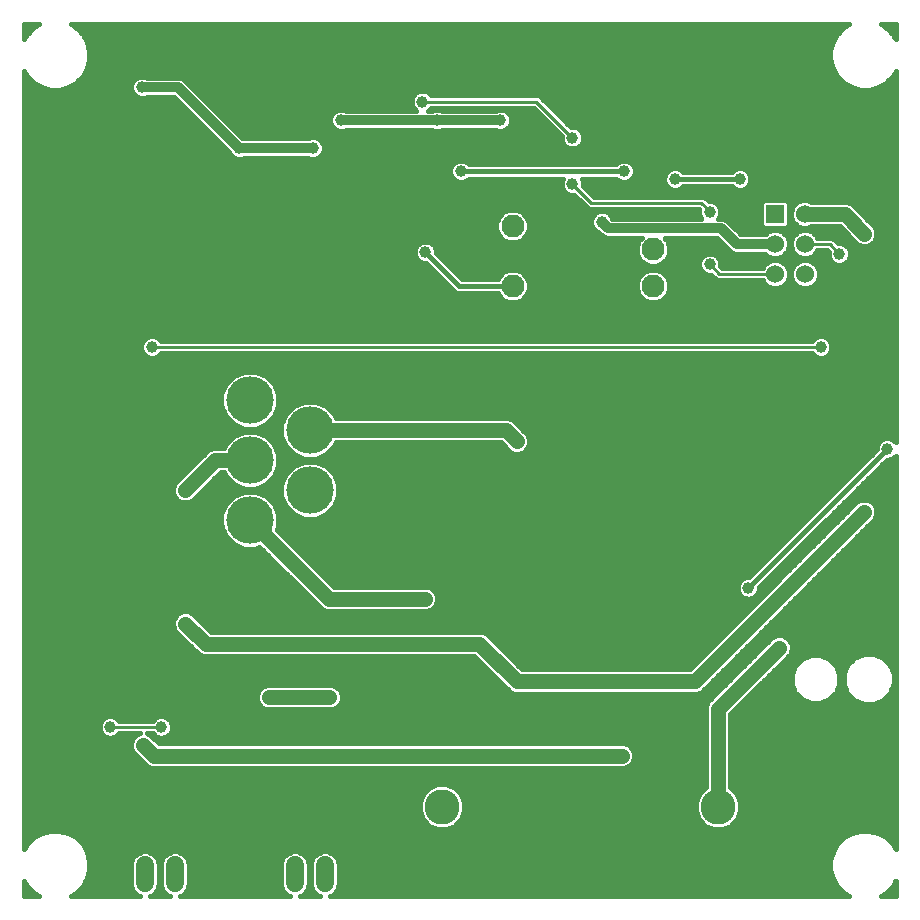
<source format=gbl>
G75*
%MOIN*%
%OFA0B0*%
%FSLAX25Y25*%
%IPPOS*%
%LPD*%
%AMOC8*
5,1,8,0,0,1.08239X$1,22.5*
%
%ADD10C,0.15811*%
%ADD11C,0.11700*%
%ADD12R,0.06024X0.06024*%
%ADD13C,0.06024*%
%ADD14C,0.07677*%
%ADD15C,0.05937*%
%ADD16C,0.03962*%
%ADD17C,0.03200*%
%ADD18C,0.05000*%
%ADD19C,0.01600*%
%ADD20C,0.01000*%
D10*
X0083800Y0133800D03*
X0103800Y0143800D03*
X0083800Y0153800D03*
X0083800Y0173800D03*
X0103800Y0163800D03*
D11*
X0147800Y0038300D03*
X0239800Y0038300D03*
D12*
X0258800Y0235800D03*
D13*
X0258800Y0225800D03*
X0258800Y0215800D03*
X0268800Y0215800D03*
X0268800Y0225800D03*
X0268800Y0235800D03*
D14*
X0218225Y0224005D03*
X0218225Y0211800D03*
X0171375Y0211800D03*
X0171375Y0231879D03*
D15*
X0108800Y0018769D02*
X0108800Y0012831D01*
X0098800Y0012831D02*
X0098800Y0018769D01*
X0058800Y0018769D02*
X0058800Y0012831D01*
X0048800Y0012831D02*
X0048800Y0018769D01*
D16*
X0048300Y0058800D03*
X0054300Y0064800D03*
X0037300Y0064800D03*
X0062300Y0099300D03*
X0090300Y0074800D03*
X0110300Y0074800D03*
X0108800Y0055300D03*
X0142050Y0107550D03*
X0172800Y0080050D03*
X0202800Y0080050D03*
X0207800Y0055300D03*
X0260300Y0091300D03*
X0249950Y0111200D03*
X0288550Y0136550D03*
X0296300Y0157550D03*
X0274050Y0191550D03*
X0280300Y0222550D03*
X0288550Y0229300D03*
X0247050Y0247550D03*
X0237050Y0236550D03*
X0225550Y0247550D03*
X0208550Y0250050D03*
X0191300Y0245800D03*
X0201050Y0233300D03*
X0191300Y0261300D03*
X0167300Y0267050D03*
X0154050Y0250050D03*
X0146050Y0267050D03*
X0141300Y0273300D03*
X0114050Y0267050D03*
X0104800Y0257800D03*
X0080050Y0257800D03*
X0047800Y0278050D03*
X0051050Y0191550D03*
X0062300Y0143800D03*
X0142300Y0223050D03*
X0172800Y0160050D03*
X0237050Y0219050D03*
D17*
X0246050Y0225800D02*
X0240800Y0231050D01*
X0203300Y0231050D01*
X0201050Y0233300D01*
X0167300Y0267050D02*
X0146050Y0267050D01*
X0114050Y0267050D01*
X0104800Y0257800D02*
X0080050Y0257800D01*
X0059800Y0278050D01*
X0047800Y0278050D01*
X0246050Y0225800D02*
X0258800Y0225800D01*
D18*
X0268800Y0235800D02*
X0282050Y0235800D01*
X0288550Y0229300D01*
X0288550Y0136550D02*
X0232050Y0080050D01*
X0202800Y0080050D01*
X0172800Y0080050D01*
X0160300Y0092550D01*
X0069050Y0092550D01*
X0062300Y0099300D01*
X0090300Y0074800D02*
X0110300Y0074800D01*
X0108800Y0055300D02*
X0207800Y0055300D01*
X0239800Y0070800D02*
X0239800Y0038300D01*
X0239800Y0070800D02*
X0260300Y0091300D01*
X0172800Y0160050D02*
X0169050Y0163800D01*
X0103800Y0163800D01*
X0083800Y0153800D02*
X0072300Y0153800D01*
X0062300Y0143800D01*
X0083800Y0133800D02*
X0110050Y0107550D01*
X0142050Y0107550D01*
X0108800Y0055300D02*
X0051800Y0055300D01*
X0048300Y0058800D01*
D19*
X0013467Y0008600D02*
X0008600Y0008600D01*
X0008600Y0013467D01*
X0009598Y0011739D01*
X0011739Y0009598D01*
X0013467Y0008600D01*
X0011142Y0010194D02*
X0008600Y0010194D01*
X0008600Y0011793D02*
X0009567Y0011793D01*
X0008644Y0013391D02*
X0008600Y0013391D01*
X0008600Y0024133D02*
X0008600Y0283467D01*
X0009598Y0281739D01*
X0011739Y0279598D01*
X0014361Y0278084D01*
X0017286Y0277300D01*
X0020314Y0277300D01*
X0023239Y0278084D01*
X0025861Y0279598D01*
X0028002Y0281739D01*
X0029516Y0284361D01*
X0030300Y0287286D01*
X0030300Y0290314D01*
X0029516Y0293239D01*
X0028002Y0295861D01*
X0025861Y0298002D01*
X0024133Y0299000D01*
X0283467Y0299000D01*
X0281739Y0298002D01*
X0279598Y0295861D01*
X0278084Y0293239D01*
X0277300Y0290314D01*
X0277300Y0287286D01*
X0278084Y0284361D01*
X0279598Y0281739D01*
X0281739Y0279598D01*
X0284361Y0278084D01*
X0287286Y0277300D01*
X0290314Y0277300D01*
X0293239Y0278084D01*
X0295861Y0279598D01*
X0298002Y0281739D01*
X0299000Y0283467D01*
X0299000Y0159914D01*
X0298329Y0160586D01*
X0297012Y0161131D01*
X0295588Y0161131D01*
X0294271Y0160586D01*
X0293264Y0159579D01*
X0292719Y0158262D01*
X0292719Y0157363D01*
X0250137Y0114781D01*
X0249238Y0114781D01*
X0247921Y0114236D01*
X0246914Y0113229D01*
X0246369Y0111912D01*
X0246369Y0110488D01*
X0246914Y0109171D01*
X0247921Y0108164D01*
X0249238Y0107619D01*
X0250662Y0107619D01*
X0251979Y0108164D01*
X0252986Y0109171D01*
X0253531Y0110488D01*
X0253531Y0111387D01*
X0296113Y0153969D01*
X0297012Y0153969D01*
X0298329Y0154514D01*
X0299000Y0155186D01*
X0299000Y0024133D01*
X0298002Y0025861D01*
X0295861Y0028002D01*
X0293239Y0029516D01*
X0290314Y0030300D01*
X0287286Y0030300D01*
X0284361Y0029516D01*
X0281739Y0028002D01*
X0279598Y0025861D01*
X0278084Y0023239D01*
X0277300Y0020314D01*
X0277300Y0017286D01*
X0278084Y0014361D01*
X0279598Y0011739D01*
X0281739Y0009598D01*
X0283467Y0008600D01*
X0110522Y0008600D01*
X0111388Y0008959D01*
X0112673Y0010244D01*
X0113368Y0011923D01*
X0113368Y0019677D01*
X0112673Y0021356D01*
X0111388Y0022641D01*
X0109709Y0023337D01*
X0107891Y0023337D01*
X0106212Y0022641D01*
X0104927Y0021356D01*
X0104231Y0019677D01*
X0104231Y0011923D01*
X0104927Y0010244D01*
X0106212Y0008959D01*
X0107078Y0008600D01*
X0100522Y0008600D01*
X0101388Y0008959D01*
X0102673Y0010244D01*
X0103368Y0011923D01*
X0103368Y0019677D01*
X0102673Y0021356D01*
X0101388Y0022641D01*
X0099709Y0023337D01*
X0097891Y0023337D01*
X0096212Y0022641D01*
X0094927Y0021356D01*
X0094231Y0019677D01*
X0094231Y0011923D01*
X0094927Y0010244D01*
X0096212Y0008959D01*
X0097078Y0008600D01*
X0060522Y0008600D01*
X0061388Y0008959D01*
X0062673Y0010244D01*
X0063368Y0011923D01*
X0063368Y0019677D01*
X0062673Y0021356D01*
X0061388Y0022641D01*
X0059709Y0023337D01*
X0057891Y0023337D01*
X0056212Y0022641D01*
X0054927Y0021356D01*
X0054231Y0019677D01*
X0054231Y0011923D01*
X0054927Y0010244D01*
X0056212Y0008959D01*
X0057078Y0008600D01*
X0050522Y0008600D01*
X0051388Y0008959D01*
X0052673Y0010244D01*
X0053368Y0011923D01*
X0053368Y0019677D01*
X0052673Y0021356D01*
X0051388Y0022641D01*
X0049709Y0023337D01*
X0047891Y0023337D01*
X0046212Y0022641D01*
X0044927Y0021356D01*
X0044231Y0019677D01*
X0044231Y0011923D01*
X0044927Y0010244D01*
X0046212Y0008959D01*
X0047078Y0008600D01*
X0024133Y0008600D01*
X0025861Y0009598D01*
X0028002Y0011739D01*
X0029516Y0014361D01*
X0030300Y0017286D01*
X0030300Y0020314D01*
X0029516Y0023239D01*
X0028002Y0025861D01*
X0025861Y0028002D01*
X0023239Y0029516D01*
X0020314Y0030300D01*
X0017286Y0030300D01*
X0014361Y0029516D01*
X0011739Y0028002D01*
X0009598Y0025861D01*
X0008600Y0024133D01*
X0008600Y0024581D02*
X0008858Y0024581D01*
X0008600Y0026179D02*
X0009916Y0026179D01*
X0008600Y0027778D02*
X0011514Y0027778D01*
X0014119Y0029376D02*
X0008600Y0029376D01*
X0008600Y0030975D02*
X0146017Y0030975D01*
X0146318Y0030850D02*
X0149282Y0030850D01*
X0152020Y0031984D01*
X0154116Y0034080D01*
X0155250Y0036818D01*
X0155250Y0039782D01*
X0154116Y0042520D01*
X0152020Y0044616D01*
X0149282Y0045750D01*
X0146318Y0045750D01*
X0143580Y0044616D01*
X0141484Y0042520D01*
X0140350Y0039782D01*
X0140350Y0036818D01*
X0141484Y0034080D01*
X0143580Y0031984D01*
X0146318Y0030850D01*
X0149583Y0030975D02*
X0238017Y0030975D01*
X0238318Y0030850D02*
X0241282Y0030850D01*
X0244020Y0031984D01*
X0246116Y0034080D01*
X0247250Y0036818D01*
X0247250Y0039782D01*
X0246116Y0042520D01*
X0244020Y0044616D01*
X0243900Y0044666D01*
X0243900Y0069102D01*
X0263776Y0088978D01*
X0264400Y0090484D01*
X0264400Y0092116D01*
X0263776Y0093622D01*
X0262622Y0094776D01*
X0261116Y0095400D01*
X0259484Y0095400D01*
X0257978Y0094776D01*
X0236324Y0073122D01*
X0235700Y0071616D01*
X0235700Y0044666D01*
X0235580Y0044616D01*
X0233484Y0042520D01*
X0232350Y0039782D01*
X0232350Y0036818D01*
X0233484Y0034080D01*
X0235580Y0031984D01*
X0238318Y0030850D01*
X0241583Y0030975D02*
X0299000Y0030975D01*
X0299000Y0032573D02*
X0244609Y0032573D01*
X0246154Y0034172D02*
X0299000Y0034172D01*
X0299000Y0035770D02*
X0246816Y0035770D01*
X0247250Y0037369D02*
X0299000Y0037369D01*
X0299000Y0038967D02*
X0247250Y0038967D01*
X0246925Y0040566D02*
X0299000Y0040566D01*
X0299000Y0042164D02*
X0246263Y0042164D01*
X0244873Y0043763D02*
X0299000Y0043763D01*
X0299000Y0045361D02*
X0243900Y0045361D01*
X0243900Y0046960D02*
X0299000Y0046960D01*
X0299000Y0048558D02*
X0243900Y0048558D01*
X0243900Y0050157D02*
X0299000Y0050157D01*
X0299000Y0051755D02*
X0243900Y0051755D01*
X0243900Y0053354D02*
X0299000Y0053354D01*
X0299000Y0054952D02*
X0243900Y0054952D01*
X0243900Y0056551D02*
X0299000Y0056551D01*
X0299000Y0058149D02*
X0243900Y0058149D01*
X0243900Y0059748D02*
X0299000Y0059748D01*
X0299000Y0061346D02*
X0243900Y0061346D01*
X0243900Y0062945D02*
X0299000Y0062945D01*
X0299000Y0064543D02*
X0243900Y0064543D01*
X0243900Y0066142D02*
X0299000Y0066142D01*
X0299000Y0067740D02*
X0243900Y0067740D01*
X0244137Y0069339D02*
X0299000Y0069339D01*
X0299000Y0070937D02*
X0245736Y0070937D01*
X0247334Y0072536D02*
X0288158Y0072536D01*
X0288349Y0072457D02*
X0291668Y0072457D01*
X0294735Y0073727D01*
X0297082Y0076074D01*
X0298352Y0079140D01*
X0298352Y0082460D01*
X0297082Y0085526D01*
X0294735Y0087873D01*
X0291668Y0089143D01*
X0288349Y0089143D01*
X0285283Y0087873D01*
X0282936Y0085526D01*
X0281665Y0082460D01*
X0281665Y0079140D01*
X0282936Y0076074D01*
X0285283Y0073727D01*
X0288349Y0072457D01*
X0291860Y0072536D02*
X0299000Y0072536D01*
X0299000Y0074134D02*
X0295142Y0074134D01*
X0296741Y0075733D02*
X0299000Y0075733D01*
X0299000Y0077332D02*
X0297603Y0077332D01*
X0298265Y0078930D02*
X0299000Y0078930D01*
X0299000Y0080529D02*
X0298352Y0080529D01*
X0298352Y0082127D02*
X0299000Y0082127D01*
X0299000Y0083726D02*
X0297828Y0083726D01*
X0297165Y0085324D02*
X0299000Y0085324D01*
X0299000Y0086923D02*
X0295685Y0086923D01*
X0293170Y0088521D02*
X0299000Y0088521D01*
X0299000Y0090120D02*
X0264249Y0090120D01*
X0264400Y0091718D02*
X0299000Y0091718D01*
X0299000Y0093317D02*
X0263902Y0093317D01*
X0262286Y0094915D02*
X0299000Y0094915D01*
X0299000Y0096514D02*
X0254312Y0096514D01*
X0255910Y0098112D02*
X0299000Y0098112D01*
X0299000Y0099711D02*
X0257509Y0099711D01*
X0259107Y0101309D02*
X0299000Y0101309D01*
X0299000Y0102908D02*
X0260706Y0102908D01*
X0262304Y0104506D02*
X0299000Y0104506D01*
X0299000Y0106105D02*
X0263903Y0106105D01*
X0265502Y0107703D02*
X0299000Y0107703D01*
X0299000Y0109302D02*
X0267100Y0109302D01*
X0268699Y0110900D02*
X0299000Y0110900D01*
X0299000Y0112499D02*
X0270297Y0112499D01*
X0271896Y0114097D02*
X0299000Y0114097D01*
X0299000Y0115696D02*
X0273494Y0115696D01*
X0275093Y0117294D02*
X0299000Y0117294D01*
X0299000Y0118893D02*
X0276691Y0118893D01*
X0278290Y0120491D02*
X0299000Y0120491D01*
X0299000Y0122090D02*
X0279888Y0122090D01*
X0281487Y0123688D02*
X0299000Y0123688D01*
X0299000Y0125287D02*
X0283085Y0125287D01*
X0284684Y0126885D02*
X0299000Y0126885D01*
X0299000Y0128484D02*
X0286282Y0128484D01*
X0287881Y0130082D02*
X0299000Y0130082D01*
X0299000Y0131681D02*
X0289479Y0131681D01*
X0291078Y0133279D02*
X0299000Y0133279D01*
X0299000Y0134878D02*
X0292295Y0134878D01*
X0292026Y0134228D02*
X0292650Y0135734D01*
X0292650Y0137366D01*
X0292026Y0138872D01*
X0290872Y0140026D01*
X0289366Y0140650D01*
X0287734Y0140650D01*
X0286228Y0140026D01*
X0230352Y0084150D01*
X0174498Y0084150D01*
X0162622Y0096026D01*
X0161116Y0096650D01*
X0070748Y0096650D01*
X0064622Y0102776D01*
X0063116Y0103400D01*
X0061484Y0103400D01*
X0059978Y0102776D01*
X0058824Y0101622D01*
X0058200Y0100116D01*
X0058200Y0098484D01*
X0058824Y0096978D01*
X0065574Y0090228D01*
X0066728Y0089074D01*
X0068234Y0088450D01*
X0158602Y0088450D01*
X0170478Y0076574D01*
X0171984Y0075950D01*
X0203616Y0075950D01*
X0231234Y0075950D01*
X0232866Y0075950D01*
X0234372Y0076574D01*
X0292026Y0134228D01*
X0292650Y0136476D02*
X0299000Y0136476D01*
X0299000Y0138075D02*
X0292356Y0138075D01*
X0291225Y0139673D02*
X0299000Y0139673D01*
X0299000Y0141272D02*
X0283416Y0141272D01*
X0281818Y0139673D02*
X0285875Y0139673D01*
X0284277Y0138075D02*
X0280219Y0138075D01*
X0278621Y0136476D02*
X0282678Y0136476D01*
X0281080Y0134878D02*
X0277022Y0134878D01*
X0275424Y0133279D02*
X0279481Y0133279D01*
X0277883Y0131681D02*
X0273825Y0131681D01*
X0272227Y0130082D02*
X0276284Y0130082D01*
X0274686Y0128484D02*
X0270628Y0128484D01*
X0269029Y0126885D02*
X0273087Y0126885D01*
X0271489Y0125287D02*
X0267431Y0125287D01*
X0265832Y0123688D02*
X0269890Y0123688D01*
X0268292Y0122090D02*
X0264234Y0122090D01*
X0262635Y0120491D02*
X0266693Y0120491D01*
X0265095Y0118893D02*
X0261037Y0118893D01*
X0259438Y0117294D02*
X0263496Y0117294D01*
X0261898Y0115696D02*
X0257840Y0115696D01*
X0256241Y0114097D02*
X0260299Y0114097D01*
X0258701Y0112499D02*
X0254643Y0112499D01*
X0253531Y0110900D02*
X0257102Y0110900D01*
X0255503Y0109302D02*
X0253040Y0109302D01*
X0253905Y0107703D02*
X0250866Y0107703D01*
X0249034Y0107703D02*
X0146150Y0107703D01*
X0146150Y0108366D02*
X0145526Y0109872D01*
X0144372Y0111026D01*
X0142866Y0111650D01*
X0111748Y0111650D01*
X0092773Y0130625D01*
X0093305Y0131909D01*
X0093305Y0135691D01*
X0091858Y0139184D01*
X0089184Y0141858D01*
X0085691Y0143305D01*
X0081909Y0143305D01*
X0078416Y0141858D01*
X0075742Y0139184D01*
X0074294Y0135691D01*
X0074294Y0131909D01*
X0075742Y0128416D01*
X0078416Y0125742D01*
X0081909Y0124294D01*
X0085691Y0124294D01*
X0086975Y0124827D01*
X0107728Y0104074D01*
X0109234Y0103450D01*
X0110866Y0103450D01*
X0142866Y0103450D01*
X0144372Y0104074D01*
X0145526Y0105228D01*
X0146150Y0106734D01*
X0146150Y0108366D01*
X0145762Y0109302D02*
X0246860Y0109302D01*
X0246369Y0110900D02*
X0144498Y0110900D01*
X0145889Y0106105D02*
X0252306Y0106105D01*
X0250708Y0104506D02*
X0144804Y0104506D01*
X0161445Y0096514D02*
X0242715Y0096514D01*
X0241117Y0094915D02*
X0163733Y0094915D01*
X0165332Y0093317D02*
X0239518Y0093317D01*
X0237920Y0091718D02*
X0166930Y0091718D01*
X0168529Y0090120D02*
X0236321Y0090120D01*
X0234723Y0088521D02*
X0170127Y0088521D01*
X0171726Y0086923D02*
X0233124Y0086923D01*
X0231526Y0085324D02*
X0173324Y0085324D01*
X0168122Y0078930D02*
X0008600Y0078930D01*
X0008600Y0077332D02*
X0087033Y0077332D01*
X0086824Y0077122D02*
X0086200Y0075616D01*
X0086200Y0073984D01*
X0086824Y0072478D01*
X0087978Y0071324D01*
X0089484Y0070700D01*
X0111116Y0070700D01*
X0112622Y0071324D01*
X0113776Y0072478D01*
X0114400Y0073984D01*
X0114400Y0075616D01*
X0113776Y0077122D01*
X0112622Y0078276D01*
X0111116Y0078900D01*
X0089484Y0078900D01*
X0087978Y0078276D01*
X0086824Y0077122D01*
X0086249Y0075733D02*
X0008600Y0075733D01*
X0008600Y0074134D02*
X0086200Y0074134D01*
X0086800Y0072536D02*
X0008600Y0072536D01*
X0008600Y0070937D02*
X0088911Y0070937D01*
X0068063Y0088521D02*
X0008600Y0088521D01*
X0008600Y0086923D02*
X0160129Y0086923D01*
X0161728Y0085324D02*
X0008600Y0085324D01*
X0008600Y0083726D02*
X0163326Y0083726D01*
X0164925Y0082127D02*
X0008600Y0082127D01*
X0008600Y0080529D02*
X0166523Y0080529D01*
X0169720Y0077332D02*
X0113567Y0077332D01*
X0114351Y0075733D02*
X0238935Y0075733D01*
X0240533Y0077332D02*
X0235130Y0077332D01*
X0236728Y0078930D02*
X0242132Y0078930D01*
X0243730Y0080529D02*
X0238327Y0080529D01*
X0239925Y0082127D02*
X0245329Y0082127D01*
X0246927Y0083726D02*
X0241524Y0083726D01*
X0243122Y0085324D02*
X0248526Y0085324D01*
X0250124Y0086923D02*
X0244721Y0086923D01*
X0246319Y0088521D02*
X0251723Y0088521D01*
X0253321Y0090120D02*
X0247918Y0090120D01*
X0249516Y0091718D02*
X0254920Y0091718D01*
X0256518Y0093317D02*
X0251115Y0093317D01*
X0252713Y0094915D02*
X0258314Y0094915D01*
X0263319Y0088521D02*
X0270159Y0088521D01*
X0270711Y0088750D02*
X0267789Y0087539D01*
X0265553Y0085303D01*
X0264343Y0082381D01*
X0264343Y0079219D01*
X0265553Y0076297D01*
X0267789Y0074061D01*
X0270711Y0072850D01*
X0273873Y0072850D01*
X0276795Y0074061D01*
X0279031Y0076297D01*
X0280242Y0079219D01*
X0280242Y0082381D01*
X0279031Y0085303D01*
X0276795Y0087539D01*
X0273873Y0088750D01*
X0270711Y0088750D01*
X0274425Y0088521D02*
X0286847Y0088521D01*
X0284332Y0086923D02*
X0277412Y0086923D01*
X0279010Y0085324D02*
X0282852Y0085324D01*
X0282190Y0083726D02*
X0279685Y0083726D01*
X0280242Y0082127D02*
X0281665Y0082127D01*
X0281665Y0080529D02*
X0280242Y0080529D01*
X0280122Y0078930D02*
X0281752Y0078930D01*
X0282415Y0077332D02*
X0279460Y0077332D01*
X0278468Y0075733D02*
X0283276Y0075733D01*
X0284875Y0074134D02*
X0276869Y0074134D01*
X0267715Y0074134D02*
X0248933Y0074134D01*
X0250531Y0075733D02*
X0266117Y0075733D01*
X0265124Y0077332D02*
X0252130Y0077332D01*
X0253728Y0078930D02*
X0264462Y0078930D01*
X0264343Y0080529D02*
X0255327Y0080529D01*
X0256925Y0082127D02*
X0264343Y0082127D01*
X0264899Y0083726D02*
X0258524Y0083726D01*
X0260122Y0085324D02*
X0265574Y0085324D01*
X0267172Y0086923D02*
X0261721Y0086923D01*
X0247511Y0101309D02*
X0066089Y0101309D01*
X0067688Y0099711D02*
X0245912Y0099711D01*
X0244314Y0098112D02*
X0069286Y0098112D01*
X0064304Y0102908D02*
X0249109Y0102908D01*
X0249950Y0111200D02*
X0296300Y0157550D01*
X0292965Y0158856D02*
X0176743Y0158856D01*
X0176900Y0159234D02*
X0176900Y0160866D01*
X0176276Y0162372D01*
X0172526Y0166122D01*
X0172526Y0166122D01*
X0171372Y0167276D01*
X0169866Y0167900D01*
X0112390Y0167900D01*
X0111858Y0169184D01*
X0109184Y0171858D01*
X0105691Y0173305D01*
X0101909Y0173305D01*
X0098416Y0171858D01*
X0095742Y0169184D01*
X0094294Y0165691D01*
X0094294Y0161909D01*
X0095742Y0158416D01*
X0098416Y0155742D01*
X0101909Y0154294D01*
X0105691Y0154294D01*
X0109184Y0155742D01*
X0111858Y0158416D01*
X0112390Y0159700D01*
X0167352Y0159700D01*
X0170478Y0156574D01*
X0171984Y0155950D01*
X0173616Y0155950D01*
X0175122Y0156574D01*
X0176276Y0157728D01*
X0176900Y0159234D01*
X0176900Y0160454D02*
X0294140Y0160454D01*
X0292613Y0157257D02*
X0175805Y0157257D01*
X0176408Y0162053D02*
X0299000Y0162053D01*
X0299000Y0163651D02*
X0174997Y0163651D01*
X0173399Y0165250D02*
X0299000Y0165250D01*
X0299000Y0166848D02*
X0171800Y0166848D01*
X0168196Y0158856D02*
X0112041Y0158856D01*
X0110700Y0157257D02*
X0169795Y0157257D01*
X0170293Y0206361D02*
X0168294Y0207189D01*
X0166764Y0208719D01*
X0166482Y0209400D01*
X0153073Y0209400D01*
X0152191Y0209765D01*
X0151515Y0210441D01*
X0142487Y0219469D01*
X0141588Y0219469D01*
X0140271Y0220014D01*
X0139264Y0221021D01*
X0138719Y0222338D01*
X0138719Y0223762D01*
X0139264Y0225079D01*
X0140271Y0226086D01*
X0141588Y0226631D01*
X0143012Y0226631D01*
X0144329Y0226086D01*
X0145336Y0225079D01*
X0145881Y0223762D01*
X0145881Y0222863D01*
X0154544Y0214200D01*
X0166482Y0214200D01*
X0166764Y0214881D01*
X0168294Y0216411D01*
X0170293Y0217239D01*
X0172457Y0217239D01*
X0174456Y0216411D01*
X0175985Y0214881D01*
X0176813Y0212882D01*
X0176813Y0210718D01*
X0175985Y0208719D01*
X0174456Y0207189D01*
X0172457Y0206361D01*
X0170293Y0206361D01*
X0169208Y0206811D02*
X0008600Y0206811D01*
X0008600Y0208409D02*
X0167074Y0208409D01*
X0171375Y0211800D02*
X0153550Y0211800D01*
X0142300Y0223050D01*
X0138981Y0224395D02*
X0008600Y0224395D01*
X0008600Y0225993D02*
X0140179Y0225993D01*
X0138719Y0222796D02*
X0008600Y0222796D01*
X0008600Y0221198D02*
X0139191Y0221198D01*
X0141273Y0219599D02*
X0008600Y0219599D01*
X0008600Y0218001D02*
X0143955Y0218001D01*
X0145554Y0216402D02*
X0008600Y0216402D01*
X0008600Y0214803D02*
X0147152Y0214803D01*
X0148751Y0213205D02*
X0008600Y0213205D01*
X0008600Y0211606D02*
X0150349Y0211606D01*
X0151948Y0210008D02*
X0008600Y0210008D01*
X0008600Y0205212D02*
X0299000Y0205212D01*
X0299000Y0203614D02*
X0008600Y0203614D01*
X0008600Y0202015D02*
X0299000Y0202015D01*
X0299000Y0200417D02*
X0008600Y0200417D01*
X0008600Y0198818D02*
X0299000Y0198818D01*
X0299000Y0197220D02*
X0008600Y0197220D01*
X0008600Y0195621D02*
X0299000Y0195621D01*
X0299000Y0194023D02*
X0276642Y0194023D01*
X0277086Y0193579D02*
X0276079Y0194586D01*
X0274762Y0195131D01*
X0273338Y0195131D01*
X0272021Y0194586D01*
X0271086Y0193650D01*
X0054014Y0193650D01*
X0053079Y0194586D01*
X0051762Y0195131D01*
X0050338Y0195131D01*
X0049021Y0194586D01*
X0048014Y0193579D01*
X0047469Y0192262D01*
X0047469Y0190838D01*
X0048014Y0189521D01*
X0049021Y0188514D01*
X0050338Y0187969D01*
X0051762Y0187969D01*
X0053079Y0188514D01*
X0054014Y0189450D01*
X0271086Y0189450D01*
X0272021Y0188514D01*
X0273338Y0187969D01*
X0274762Y0187969D01*
X0276079Y0188514D01*
X0277086Y0189521D01*
X0277631Y0190838D01*
X0277631Y0192262D01*
X0277086Y0193579D01*
X0277564Y0192424D02*
X0299000Y0192424D01*
X0299000Y0190826D02*
X0277626Y0190826D01*
X0276792Y0189227D02*
X0299000Y0189227D01*
X0299000Y0187629D02*
X0008600Y0187629D01*
X0008600Y0189227D02*
X0048308Y0189227D01*
X0047474Y0190826D02*
X0008600Y0190826D01*
X0008600Y0192424D02*
X0047536Y0192424D01*
X0048458Y0194023D02*
X0008600Y0194023D01*
X0008600Y0186030D02*
X0299000Y0186030D01*
X0299000Y0184432D02*
X0008600Y0184432D01*
X0008600Y0182833D02*
X0080769Y0182833D01*
X0081909Y0183305D02*
X0078416Y0181858D01*
X0075742Y0179184D01*
X0074294Y0175691D01*
X0074294Y0171909D01*
X0075742Y0168416D01*
X0078416Y0165742D01*
X0081909Y0164294D01*
X0085691Y0164294D01*
X0089184Y0165742D01*
X0091858Y0168416D01*
X0093305Y0171909D01*
X0093305Y0175691D01*
X0091858Y0179184D01*
X0089184Y0181858D01*
X0085691Y0183305D01*
X0081909Y0183305D01*
X0077792Y0181235D02*
X0008600Y0181235D01*
X0008600Y0179636D02*
X0076193Y0179636D01*
X0075267Y0178038D02*
X0008600Y0178038D01*
X0008600Y0176439D02*
X0074605Y0176439D01*
X0074294Y0174841D02*
X0008600Y0174841D01*
X0008600Y0173242D02*
X0074294Y0173242D01*
X0074404Y0171644D02*
X0008600Y0171644D01*
X0008600Y0170045D02*
X0075067Y0170045D01*
X0075729Y0168447D02*
X0008600Y0168447D01*
X0008600Y0166848D02*
X0077309Y0166848D01*
X0079603Y0165250D02*
X0008600Y0165250D01*
X0008600Y0163651D02*
X0094294Y0163651D01*
X0094294Y0162053D02*
X0088716Y0162053D01*
X0089184Y0161858D02*
X0085691Y0163305D01*
X0081909Y0163305D01*
X0078416Y0161858D01*
X0075742Y0159184D01*
X0075210Y0157900D01*
X0071484Y0157900D01*
X0069978Y0157276D01*
X0058824Y0146122D01*
X0058200Y0144616D01*
X0058200Y0142984D01*
X0058824Y0141478D01*
X0059978Y0140324D01*
X0061484Y0139700D01*
X0063116Y0139700D01*
X0064622Y0140324D01*
X0073998Y0149700D01*
X0075210Y0149700D01*
X0075742Y0148416D01*
X0078416Y0145742D01*
X0081909Y0144294D01*
X0085691Y0144294D01*
X0089184Y0145742D01*
X0091858Y0148416D01*
X0093305Y0151909D01*
X0093305Y0155691D01*
X0091858Y0159184D01*
X0089184Y0161858D01*
X0090589Y0160454D02*
X0094897Y0160454D01*
X0095559Y0158856D02*
X0091995Y0158856D01*
X0092657Y0157257D02*
X0096900Y0157257D01*
X0098616Y0155659D02*
X0093305Y0155659D01*
X0093305Y0154060D02*
X0289416Y0154060D01*
X0287817Y0152462D02*
X0107728Y0152462D01*
X0109184Y0151858D02*
X0105691Y0153305D01*
X0101909Y0153305D01*
X0098416Y0151858D01*
X0095742Y0149184D01*
X0094294Y0145691D01*
X0094294Y0141909D01*
X0095742Y0138416D01*
X0098416Y0135742D01*
X0101909Y0134294D01*
X0105691Y0134294D01*
X0109184Y0135742D01*
X0111858Y0138416D01*
X0113305Y0141909D01*
X0113305Y0145691D01*
X0111858Y0149184D01*
X0109184Y0151858D01*
X0110180Y0150863D02*
X0286219Y0150863D01*
X0284620Y0149265D02*
X0111778Y0149265D01*
X0112487Y0147666D02*
X0283022Y0147666D01*
X0281423Y0146068D02*
X0113149Y0146068D01*
X0113305Y0144469D02*
X0279825Y0144469D01*
X0278226Y0142870D02*
X0113305Y0142870D01*
X0113042Y0141272D02*
X0276628Y0141272D01*
X0275029Y0139673D02*
X0112379Y0139673D01*
X0111518Y0138075D02*
X0273431Y0138075D01*
X0271832Y0136476D02*
X0109919Y0136476D01*
X0107099Y0134878D02*
X0270234Y0134878D01*
X0268635Y0133279D02*
X0093305Y0133279D01*
X0093305Y0134878D02*
X0100501Y0134878D01*
X0097681Y0136476D02*
X0092980Y0136476D01*
X0092318Y0138075D02*
X0096082Y0138075D01*
X0095221Y0139673D02*
X0091369Y0139673D01*
X0089771Y0141272D02*
X0094558Y0141272D01*
X0094294Y0142870D02*
X0086741Y0142870D01*
X0086112Y0144469D02*
X0094294Y0144469D01*
X0094451Y0146068D02*
X0089510Y0146068D01*
X0091109Y0147666D02*
X0095113Y0147666D01*
X0095822Y0149265D02*
X0092210Y0149265D01*
X0092872Y0150863D02*
X0097420Y0150863D01*
X0099872Y0152462D02*
X0093305Y0152462D01*
X0094294Y0165250D02*
X0087997Y0165250D01*
X0090291Y0166848D02*
X0094774Y0166848D01*
X0095436Y0168447D02*
X0091871Y0168447D01*
X0092533Y0170045D02*
X0096602Y0170045D01*
X0098201Y0171644D02*
X0093196Y0171644D01*
X0093305Y0173242D02*
X0101756Y0173242D01*
X0105844Y0173242D02*
X0299000Y0173242D01*
X0299000Y0171644D02*
X0109399Y0171644D01*
X0110998Y0170045D02*
X0299000Y0170045D01*
X0299000Y0168447D02*
X0112164Y0168447D01*
X0108984Y0155659D02*
X0291014Y0155659D01*
X0294606Y0152462D02*
X0299000Y0152462D01*
X0299000Y0154060D02*
X0297232Y0154060D01*
X0299000Y0150863D02*
X0293007Y0150863D01*
X0291409Y0149265D02*
X0299000Y0149265D01*
X0299000Y0147666D02*
X0289810Y0147666D01*
X0288212Y0146068D02*
X0299000Y0146068D01*
X0299000Y0144469D02*
X0286613Y0144469D01*
X0285015Y0142870D02*
X0299000Y0142870D01*
X0299000Y0160454D02*
X0298460Y0160454D01*
X0299000Y0174841D02*
X0093305Y0174841D01*
X0092995Y0176439D02*
X0299000Y0176439D01*
X0299000Y0178038D02*
X0092333Y0178038D01*
X0091407Y0179636D02*
X0299000Y0179636D01*
X0299000Y0181235D02*
X0089808Y0181235D01*
X0086831Y0182833D02*
X0299000Y0182833D01*
X0299000Y0206811D02*
X0220392Y0206811D01*
X0221306Y0207189D02*
X0222836Y0208719D01*
X0223664Y0210718D01*
X0223664Y0212882D01*
X0222836Y0214881D01*
X0221306Y0216411D01*
X0219307Y0217239D01*
X0217143Y0217239D01*
X0215144Y0216411D01*
X0213615Y0214881D01*
X0212787Y0212882D01*
X0212787Y0210718D01*
X0213615Y0208719D01*
X0215144Y0207189D01*
X0217143Y0206361D01*
X0219307Y0206361D01*
X0221306Y0207189D01*
X0222526Y0208409D02*
X0299000Y0208409D01*
X0299000Y0210008D02*
X0223370Y0210008D01*
X0223664Y0211606D02*
X0256873Y0211606D01*
X0256188Y0211890D02*
X0257883Y0211188D01*
X0259717Y0211188D01*
X0261412Y0211890D01*
X0262710Y0213188D01*
X0263412Y0214883D01*
X0263412Y0216717D01*
X0262710Y0218412D01*
X0261412Y0219710D01*
X0259717Y0220412D01*
X0257883Y0220412D01*
X0256188Y0219710D01*
X0254890Y0218412D01*
X0254678Y0217900D01*
X0241170Y0217900D01*
X0240631Y0218439D01*
X0240631Y0219762D01*
X0240086Y0221079D01*
X0239079Y0222086D01*
X0237762Y0222631D01*
X0236338Y0222631D01*
X0235021Y0222086D01*
X0234014Y0221079D01*
X0233469Y0219762D01*
X0233469Y0218338D01*
X0234014Y0217021D01*
X0235021Y0216014D01*
X0236338Y0215469D01*
X0237661Y0215469D01*
X0239430Y0213700D01*
X0254678Y0213700D01*
X0254890Y0213188D01*
X0256188Y0211890D01*
X0254883Y0213205D02*
X0223530Y0213205D01*
X0222868Y0214803D02*
X0238327Y0214803D01*
X0234634Y0216402D02*
X0221314Y0216402D01*
X0219307Y0218566D02*
X0217143Y0218566D01*
X0215144Y0219394D01*
X0213615Y0220924D01*
X0212787Y0222923D01*
X0212787Y0225087D01*
X0213615Y0227085D01*
X0214379Y0227850D01*
X0202663Y0227850D01*
X0201487Y0228337D01*
X0200587Y0229237D01*
X0200587Y0229237D01*
X0199942Y0229883D01*
X0199021Y0230264D01*
X0198014Y0231271D01*
X0197469Y0232588D01*
X0197469Y0234012D01*
X0198014Y0235329D01*
X0199021Y0236336D01*
X0200338Y0236881D01*
X0201762Y0236881D01*
X0203079Y0236336D01*
X0204086Y0235329D01*
X0204467Y0234408D01*
X0204625Y0234250D01*
X0234286Y0234250D01*
X0234014Y0234521D01*
X0233469Y0235838D01*
X0233469Y0237262D01*
X0233513Y0237368D01*
X0233430Y0237450D01*
X0196680Y0237450D01*
X0195450Y0238680D01*
X0191911Y0242219D01*
X0190588Y0242219D01*
X0189271Y0242764D01*
X0188264Y0243771D01*
X0187719Y0245088D01*
X0187719Y0246512D01*
X0188190Y0247650D01*
X0156714Y0247650D01*
X0156079Y0247014D01*
X0154762Y0246469D01*
X0153338Y0246469D01*
X0152021Y0247014D01*
X0151014Y0248021D01*
X0150469Y0249338D01*
X0150469Y0250762D01*
X0151014Y0252079D01*
X0152021Y0253086D01*
X0153338Y0253631D01*
X0154762Y0253631D01*
X0156079Y0253086D01*
X0156714Y0252450D01*
X0205886Y0252450D01*
X0206521Y0253086D01*
X0207838Y0253631D01*
X0209262Y0253631D01*
X0210579Y0253086D01*
X0211586Y0252079D01*
X0212131Y0250762D01*
X0212131Y0249338D01*
X0211586Y0248021D01*
X0210579Y0247014D01*
X0209262Y0246469D01*
X0207838Y0246469D01*
X0206521Y0247014D01*
X0205886Y0247650D01*
X0194410Y0247650D01*
X0194881Y0246512D01*
X0194881Y0245189D01*
X0198420Y0241650D01*
X0235170Y0241650D01*
X0236400Y0240420D01*
X0236689Y0240131D01*
X0237762Y0240131D01*
X0239079Y0239586D01*
X0240086Y0238579D01*
X0240631Y0237262D01*
X0240631Y0235838D01*
X0240086Y0234521D01*
X0239814Y0234250D01*
X0241437Y0234250D01*
X0242613Y0233763D01*
X0243513Y0232863D01*
X0247375Y0229000D01*
X0255478Y0229000D01*
X0256188Y0229710D01*
X0257883Y0230412D01*
X0259717Y0230412D01*
X0261412Y0229710D01*
X0262710Y0228412D01*
X0263412Y0226717D01*
X0263412Y0224883D01*
X0262710Y0223188D01*
X0261412Y0221890D01*
X0259717Y0221188D01*
X0257883Y0221188D01*
X0256188Y0221890D01*
X0255478Y0222600D01*
X0245413Y0222600D01*
X0244237Y0223087D01*
X0239475Y0227850D01*
X0222071Y0227850D01*
X0222836Y0227085D01*
X0223664Y0225087D01*
X0223664Y0222923D01*
X0222836Y0220924D01*
X0221306Y0219394D01*
X0219307Y0218566D01*
X0221511Y0219599D02*
X0233469Y0219599D01*
X0233609Y0218001D02*
X0150744Y0218001D01*
X0149145Y0219599D02*
X0214940Y0219599D01*
X0213501Y0221198D02*
X0147547Y0221198D01*
X0145948Y0222796D02*
X0212839Y0222796D01*
X0212787Y0224395D02*
X0145619Y0224395D01*
X0144421Y0225993D02*
X0213162Y0225993D01*
X0214121Y0227592D02*
X0174779Y0227592D01*
X0174456Y0227268D02*
X0175985Y0228798D01*
X0176813Y0230797D01*
X0176813Y0232961D01*
X0175985Y0234959D01*
X0174456Y0236489D01*
X0172457Y0237317D01*
X0170293Y0237317D01*
X0168294Y0236489D01*
X0166764Y0234959D01*
X0165936Y0232961D01*
X0165936Y0230797D01*
X0166764Y0228798D01*
X0168294Y0227268D01*
X0170293Y0226440D01*
X0172457Y0226440D01*
X0174456Y0227268D01*
X0176148Y0229190D02*
X0200634Y0229190D01*
X0198497Y0230789D02*
X0176810Y0230789D01*
X0176813Y0232387D02*
X0197552Y0232387D01*
X0197469Y0233986D02*
X0176389Y0233986D01*
X0175361Y0235584D02*
X0198270Y0235584D01*
X0195349Y0238781D02*
X0008600Y0238781D01*
X0008600Y0237183D02*
X0169968Y0237183D01*
X0172782Y0237183D02*
X0233469Y0237183D01*
X0233574Y0235584D02*
X0203830Y0235584D01*
X0198092Y0241978D02*
X0299000Y0241978D01*
X0299000Y0240380D02*
X0269795Y0240380D01*
X0269717Y0240412D02*
X0270953Y0239900D01*
X0282866Y0239900D01*
X0284372Y0239276D01*
X0292026Y0231622D01*
X0292650Y0230116D01*
X0292650Y0228484D01*
X0292026Y0226978D01*
X0290872Y0225824D01*
X0289366Y0225200D01*
X0287734Y0225200D01*
X0286228Y0225824D01*
X0280352Y0231700D01*
X0270953Y0231700D01*
X0269717Y0231188D01*
X0267883Y0231188D01*
X0266188Y0231890D01*
X0264890Y0233188D01*
X0264188Y0234883D01*
X0264188Y0236717D01*
X0264890Y0238412D01*
X0266188Y0239710D01*
X0267883Y0240412D01*
X0269717Y0240412D01*
X0267805Y0240380D02*
X0262507Y0240380D01*
X0262475Y0240412D02*
X0255125Y0240412D01*
X0254188Y0239475D01*
X0254188Y0232125D01*
X0255125Y0231188D01*
X0262475Y0231188D01*
X0263412Y0232125D01*
X0263412Y0239475D01*
X0262475Y0240412D01*
X0263412Y0238781D02*
X0265259Y0238781D01*
X0264381Y0237183D02*
X0263412Y0237183D01*
X0263412Y0235584D02*
X0264188Y0235584D01*
X0264560Y0233986D02*
X0263412Y0233986D01*
X0263412Y0232387D02*
X0265691Y0232387D01*
X0266188Y0229710D02*
X0264890Y0228412D01*
X0264188Y0226717D01*
X0264188Y0224883D01*
X0264890Y0223188D01*
X0266188Y0221890D01*
X0267883Y0221188D01*
X0269717Y0221188D01*
X0271412Y0221890D01*
X0272710Y0223188D01*
X0272922Y0223700D01*
X0276180Y0223700D01*
X0276719Y0223161D01*
X0276719Y0221838D01*
X0277264Y0220521D01*
X0278271Y0219514D01*
X0279588Y0218969D01*
X0281012Y0218969D01*
X0282329Y0219514D01*
X0283336Y0220521D01*
X0283881Y0221838D01*
X0283881Y0223262D01*
X0283336Y0224579D01*
X0282329Y0225586D01*
X0281012Y0226131D01*
X0279689Y0226131D01*
X0279150Y0226670D01*
X0277920Y0227900D01*
X0272922Y0227900D01*
X0272710Y0228412D01*
X0271412Y0229710D01*
X0269717Y0230412D01*
X0267883Y0230412D01*
X0266188Y0229710D01*
X0265668Y0229190D02*
X0261932Y0229190D01*
X0263050Y0227592D02*
X0264550Y0227592D01*
X0264188Y0225993D02*
X0263412Y0225993D01*
X0263210Y0224395D02*
X0264390Y0224395D01*
X0265282Y0222796D02*
X0262318Y0222796D01*
X0259740Y0221198D02*
X0267860Y0221198D01*
X0267883Y0220412D02*
X0266188Y0219710D01*
X0264890Y0218412D01*
X0264188Y0216717D01*
X0264188Y0214883D01*
X0264890Y0213188D01*
X0266188Y0211890D01*
X0267883Y0211188D01*
X0269717Y0211188D01*
X0271412Y0211890D01*
X0272710Y0213188D01*
X0273412Y0214883D01*
X0273412Y0216717D01*
X0272710Y0218412D01*
X0271412Y0219710D01*
X0269717Y0220412D01*
X0267883Y0220412D01*
X0266077Y0219599D02*
X0261523Y0219599D01*
X0262880Y0218001D02*
X0264720Y0218001D01*
X0264188Y0216402D02*
X0263412Y0216402D01*
X0263379Y0214803D02*
X0264221Y0214803D01*
X0264883Y0213205D02*
X0262717Y0213205D01*
X0260727Y0211606D02*
X0266873Y0211606D01*
X0270727Y0211606D02*
X0299000Y0211606D01*
X0299000Y0213205D02*
X0272717Y0213205D01*
X0273379Y0214803D02*
X0299000Y0214803D01*
X0299000Y0216402D02*
X0273412Y0216402D01*
X0272880Y0218001D02*
X0299000Y0218001D01*
X0299000Y0219599D02*
X0282413Y0219599D01*
X0283616Y0221198D02*
X0299000Y0221198D01*
X0299000Y0222796D02*
X0283881Y0222796D01*
X0283412Y0224395D02*
X0299000Y0224395D01*
X0299000Y0225993D02*
X0291041Y0225993D01*
X0292280Y0227592D02*
X0299000Y0227592D01*
X0299000Y0229190D02*
X0292650Y0229190D01*
X0292371Y0230789D02*
X0299000Y0230789D01*
X0299000Y0232387D02*
X0291261Y0232387D01*
X0289663Y0233986D02*
X0299000Y0233986D01*
X0299000Y0235584D02*
X0288064Y0235584D01*
X0286466Y0237183D02*
X0299000Y0237183D01*
X0299000Y0238781D02*
X0284867Y0238781D01*
X0281263Y0230789D02*
X0245587Y0230789D01*
X0243988Y0232387D02*
X0254188Y0232387D01*
X0254188Y0233986D02*
X0242075Y0233986D01*
X0240526Y0235584D02*
X0254188Y0235584D01*
X0254188Y0237183D02*
X0240631Y0237183D01*
X0239883Y0238781D02*
X0254188Y0238781D01*
X0255093Y0240380D02*
X0236440Y0240380D01*
X0244386Y0245150D02*
X0228214Y0245150D01*
X0227579Y0244514D01*
X0226262Y0243969D01*
X0224838Y0243969D01*
X0223521Y0244514D01*
X0222514Y0245521D01*
X0221969Y0246838D01*
X0221969Y0248262D01*
X0222514Y0249579D01*
X0223521Y0250586D01*
X0224838Y0251131D01*
X0226262Y0251131D01*
X0227579Y0250586D01*
X0228214Y0249950D01*
X0244386Y0249950D01*
X0245021Y0250586D01*
X0246338Y0251131D01*
X0247762Y0251131D01*
X0249079Y0250586D01*
X0250086Y0249579D01*
X0250631Y0248262D01*
X0250631Y0246838D01*
X0250086Y0245521D01*
X0249079Y0244514D01*
X0247762Y0243969D01*
X0246338Y0243969D01*
X0245021Y0244514D01*
X0244386Y0245150D01*
X0247050Y0247550D02*
X0225550Y0247550D01*
X0228194Y0249971D02*
X0244406Y0249971D01*
X0249694Y0249971D02*
X0299000Y0249971D01*
X0299000Y0251569D02*
X0211797Y0251569D01*
X0212131Y0249971D02*
X0222906Y0249971D01*
X0222014Y0248372D02*
X0211731Y0248372D01*
X0209998Y0246774D02*
X0221995Y0246774D01*
X0222860Y0245175D02*
X0194895Y0245175D01*
X0194773Y0246774D02*
X0207102Y0246774D01*
X0208550Y0250050D02*
X0154050Y0250050D01*
X0155498Y0246774D02*
X0187827Y0246774D01*
X0187719Y0245175D02*
X0008600Y0245175D01*
X0008600Y0243577D02*
X0188459Y0243577D01*
X0192152Y0241978D02*
X0008600Y0241978D01*
X0008600Y0240380D02*
X0193750Y0240380D01*
X0196493Y0243577D02*
X0299000Y0243577D01*
X0299000Y0245175D02*
X0249740Y0245175D01*
X0250605Y0246774D02*
X0299000Y0246774D01*
X0299000Y0248372D02*
X0250586Y0248372D01*
X0247185Y0229190D02*
X0255668Y0229190D01*
X0257860Y0221198D02*
X0239967Y0221198D01*
X0240631Y0219599D02*
X0256077Y0219599D01*
X0254720Y0218001D02*
X0241069Y0218001D01*
X0244940Y0222796D02*
X0223611Y0222796D01*
X0223664Y0224395D02*
X0242930Y0224395D01*
X0241331Y0225993D02*
X0223288Y0225993D01*
X0222330Y0227592D02*
X0239733Y0227592D01*
X0234133Y0221198D02*
X0222949Y0221198D01*
X0215136Y0216402D02*
X0174464Y0216402D01*
X0176017Y0214803D02*
X0213583Y0214803D01*
X0212920Y0213205D02*
X0176680Y0213205D01*
X0176813Y0211606D02*
X0212787Y0211606D01*
X0213081Y0210008D02*
X0176519Y0210008D01*
X0175676Y0208409D02*
X0213924Y0208409D01*
X0216058Y0206811D02*
X0173542Y0206811D01*
X0166732Y0214803D02*
X0153941Y0214803D01*
X0152342Y0216402D02*
X0168285Y0216402D01*
X0167971Y0227592D02*
X0008600Y0227592D01*
X0008600Y0229190D02*
X0166602Y0229190D01*
X0165940Y0230789D02*
X0008600Y0230789D01*
X0008600Y0232387D02*
X0165936Y0232387D01*
X0166361Y0233986D02*
X0008600Y0233986D01*
X0008600Y0235584D02*
X0167389Y0235584D01*
X0152602Y0246774D02*
X0008600Y0246774D01*
X0008600Y0248372D02*
X0150869Y0248372D01*
X0150469Y0249971D02*
X0008600Y0249971D01*
X0008600Y0251569D02*
X0150803Y0251569D01*
X0152219Y0253168D02*
X0008600Y0253168D01*
X0008600Y0254766D02*
X0078019Y0254766D01*
X0078021Y0254764D02*
X0079338Y0254219D01*
X0080762Y0254219D01*
X0081682Y0254600D01*
X0103168Y0254600D01*
X0104088Y0254219D01*
X0105512Y0254219D01*
X0106829Y0254764D01*
X0107836Y0255771D01*
X0108381Y0257088D01*
X0108381Y0258512D01*
X0107836Y0259829D01*
X0106829Y0260836D01*
X0105512Y0261381D01*
X0104088Y0261381D01*
X0103168Y0261000D01*
X0081682Y0261000D01*
X0081158Y0261217D01*
X0061613Y0280763D01*
X0060437Y0281250D01*
X0049432Y0281250D01*
X0048512Y0281631D01*
X0047088Y0281631D01*
X0045771Y0281086D01*
X0044764Y0280079D01*
X0044219Y0278762D01*
X0044219Y0277338D01*
X0044764Y0276021D01*
X0045771Y0275014D01*
X0047088Y0274469D01*
X0048512Y0274469D01*
X0049432Y0274850D01*
X0058475Y0274850D01*
X0076633Y0256692D01*
X0077014Y0255771D01*
X0078021Y0254764D01*
X0076768Y0256365D02*
X0008600Y0256365D01*
X0008600Y0257963D02*
X0075361Y0257963D01*
X0073763Y0259562D02*
X0008600Y0259562D01*
X0008600Y0261160D02*
X0072164Y0261160D01*
X0070566Y0262759D02*
X0008600Y0262759D01*
X0008600Y0264357D02*
X0068967Y0264357D01*
X0067369Y0265956D02*
X0008600Y0265956D01*
X0008600Y0267554D02*
X0065770Y0267554D01*
X0064172Y0269153D02*
X0008600Y0269153D01*
X0008600Y0270751D02*
X0062573Y0270751D01*
X0060975Y0272350D02*
X0008600Y0272350D01*
X0008600Y0273948D02*
X0059376Y0273948D01*
X0063632Y0278744D02*
X0283218Y0278744D01*
X0280994Y0280342D02*
X0062033Y0280342D01*
X0065230Y0277145D02*
X0299000Y0277145D01*
X0299000Y0275547D02*
X0144117Y0275547D01*
X0144264Y0275400D02*
X0143329Y0276336D01*
X0142012Y0276881D01*
X0140588Y0276881D01*
X0139271Y0276336D01*
X0138264Y0275329D01*
X0137719Y0274012D01*
X0137719Y0272588D01*
X0138264Y0271271D01*
X0139271Y0270264D01*
X0139306Y0270250D01*
X0115682Y0270250D01*
X0114762Y0270631D01*
X0113338Y0270631D01*
X0112021Y0270086D01*
X0111014Y0269079D01*
X0110469Y0267762D01*
X0110469Y0266338D01*
X0111014Y0265021D01*
X0112021Y0264014D01*
X0113338Y0263469D01*
X0114762Y0263469D01*
X0115682Y0263850D01*
X0144418Y0263850D01*
X0145338Y0263469D01*
X0146762Y0263469D01*
X0147682Y0263850D01*
X0165668Y0263850D01*
X0166588Y0263469D01*
X0168012Y0263469D01*
X0169329Y0264014D01*
X0170336Y0265021D01*
X0170881Y0266338D01*
X0170881Y0267762D01*
X0170336Y0269079D01*
X0169329Y0270086D01*
X0168012Y0270631D01*
X0166588Y0270631D01*
X0165668Y0270250D01*
X0147682Y0270250D01*
X0146762Y0270631D01*
X0145338Y0270631D01*
X0144418Y0270250D01*
X0143294Y0270250D01*
X0143329Y0270264D01*
X0144264Y0271200D01*
X0178430Y0271200D01*
X0187719Y0261911D01*
X0187719Y0260588D01*
X0188264Y0259271D01*
X0189271Y0258264D01*
X0190588Y0257719D01*
X0192012Y0257719D01*
X0193329Y0258264D01*
X0194336Y0259271D01*
X0194881Y0260588D01*
X0194881Y0262012D01*
X0194336Y0263329D01*
X0193329Y0264336D01*
X0192012Y0264881D01*
X0190689Y0264881D01*
X0180170Y0275400D01*
X0144264Y0275400D01*
X0143816Y0270751D02*
X0178879Y0270751D01*
X0180477Y0269153D02*
X0170262Y0269153D01*
X0170881Y0267554D02*
X0182076Y0267554D01*
X0183674Y0265956D02*
X0170723Y0265956D01*
X0169672Y0264357D02*
X0185273Y0264357D01*
X0186871Y0262759D02*
X0079617Y0262759D01*
X0078018Y0264357D02*
X0111678Y0264357D01*
X0110627Y0265956D02*
X0076420Y0265956D01*
X0074821Y0267554D02*
X0110469Y0267554D01*
X0111088Y0269153D02*
X0073223Y0269153D01*
X0071624Y0270751D02*
X0138784Y0270751D01*
X0137817Y0272350D02*
X0070026Y0272350D01*
X0068427Y0273948D02*
X0137719Y0273948D01*
X0138482Y0275547D02*
X0066829Y0275547D01*
X0081295Y0261160D02*
X0103555Y0261160D01*
X0106045Y0261160D02*
X0187719Y0261160D01*
X0188144Y0259562D02*
X0107946Y0259562D01*
X0108381Y0257963D02*
X0189998Y0257963D01*
X0192602Y0257963D02*
X0299000Y0257963D01*
X0299000Y0256365D02*
X0108082Y0256365D01*
X0106831Y0254766D02*
X0299000Y0254766D01*
X0299000Y0253168D02*
X0210381Y0253168D01*
X0206719Y0253168D02*
X0155881Y0253168D01*
X0181621Y0273948D02*
X0299000Y0273948D01*
X0299000Y0272350D02*
X0183220Y0272350D01*
X0184818Y0270751D02*
X0299000Y0270751D01*
X0299000Y0269153D02*
X0186417Y0269153D01*
X0188015Y0267554D02*
X0299000Y0267554D01*
X0299000Y0265956D02*
X0189614Y0265956D01*
X0193277Y0264357D02*
X0299000Y0264357D01*
X0299000Y0262759D02*
X0194572Y0262759D01*
X0194881Y0261160D02*
X0299000Y0261160D01*
X0299000Y0259562D02*
X0194456Y0259562D01*
X0269740Y0221198D02*
X0276984Y0221198D01*
X0276719Y0222796D02*
X0272318Y0222796D01*
X0271523Y0219599D02*
X0278187Y0219599D01*
X0281346Y0225993D02*
X0286059Y0225993D01*
X0284460Y0227592D02*
X0278228Y0227592D01*
X0282862Y0229190D02*
X0271932Y0229190D01*
X0271458Y0194023D02*
X0053642Y0194023D01*
X0053792Y0189227D02*
X0271308Y0189227D01*
X0267037Y0131681D02*
X0093211Y0131681D01*
X0093316Y0130082D02*
X0265438Y0130082D01*
X0263840Y0128484D02*
X0094914Y0128484D01*
X0096513Y0126885D02*
X0262241Y0126885D01*
X0260643Y0125287D02*
X0098111Y0125287D01*
X0099710Y0123688D02*
X0259044Y0123688D01*
X0257446Y0122090D02*
X0101308Y0122090D01*
X0102907Y0120491D02*
X0255847Y0120491D01*
X0254249Y0118893D02*
X0104505Y0118893D01*
X0106104Y0117294D02*
X0252650Y0117294D01*
X0251052Y0115696D02*
X0107702Y0115696D01*
X0109301Y0114097D02*
X0247783Y0114097D01*
X0246612Y0112499D02*
X0110899Y0112499D01*
X0105697Y0106105D02*
X0008600Y0106105D01*
X0008600Y0107703D02*
X0104098Y0107703D01*
X0102500Y0109302D02*
X0008600Y0109302D01*
X0008600Y0110900D02*
X0100901Y0110900D01*
X0099303Y0112499D02*
X0008600Y0112499D01*
X0008600Y0114097D02*
X0097704Y0114097D01*
X0096106Y0115696D02*
X0008600Y0115696D01*
X0008600Y0117294D02*
X0094507Y0117294D01*
X0092909Y0118893D02*
X0008600Y0118893D01*
X0008600Y0120491D02*
X0091310Y0120491D01*
X0089712Y0122090D02*
X0008600Y0122090D01*
X0008600Y0123688D02*
X0088113Y0123688D01*
X0079513Y0125287D02*
X0008600Y0125287D01*
X0008600Y0126885D02*
X0077272Y0126885D01*
X0075713Y0128484D02*
X0008600Y0128484D01*
X0008600Y0130082D02*
X0075051Y0130082D01*
X0074389Y0131681D02*
X0008600Y0131681D01*
X0008600Y0133279D02*
X0074294Y0133279D01*
X0074294Y0134878D02*
X0008600Y0134878D01*
X0008600Y0136476D02*
X0074620Y0136476D01*
X0075282Y0138075D02*
X0008600Y0138075D01*
X0008600Y0139673D02*
X0076231Y0139673D01*
X0077829Y0141272D02*
X0065570Y0141272D01*
X0067169Y0142870D02*
X0080859Y0142870D01*
X0081488Y0144469D02*
X0068767Y0144469D01*
X0070366Y0146068D02*
X0078090Y0146068D01*
X0076491Y0147666D02*
X0071964Y0147666D01*
X0073563Y0149265D02*
X0075390Y0149265D01*
X0068360Y0155659D02*
X0008600Y0155659D01*
X0008600Y0157257D02*
X0069959Y0157257D01*
X0066762Y0154060D02*
X0008600Y0154060D01*
X0008600Y0152462D02*
X0065163Y0152462D01*
X0063565Y0150863D02*
X0008600Y0150863D01*
X0008600Y0149265D02*
X0061966Y0149265D01*
X0060368Y0147666D02*
X0008600Y0147666D01*
X0008600Y0146068D02*
X0058801Y0146068D01*
X0058200Y0144469D02*
X0008600Y0144469D01*
X0008600Y0142870D02*
X0058247Y0142870D01*
X0059030Y0141272D02*
X0008600Y0141272D01*
X0008600Y0158856D02*
X0075605Y0158856D01*
X0077011Y0160454D02*
X0008600Y0160454D01*
X0008600Y0162053D02*
X0078884Y0162053D01*
X0060296Y0102908D02*
X0008600Y0102908D01*
X0008600Y0104506D02*
X0107296Y0104506D01*
X0114400Y0074134D02*
X0237336Y0074134D01*
X0236081Y0072536D02*
X0113800Y0072536D01*
X0111689Y0070937D02*
X0235700Y0070937D01*
X0235700Y0069339D02*
X0008600Y0069339D01*
X0008600Y0067740D02*
X0035176Y0067740D01*
X0035271Y0067836D02*
X0034264Y0066829D01*
X0033719Y0065512D01*
X0033719Y0064088D01*
X0034264Y0062771D01*
X0035271Y0061764D01*
X0036588Y0061219D01*
X0038012Y0061219D01*
X0039329Y0061764D01*
X0040264Y0062700D01*
X0047002Y0062700D01*
X0045978Y0062276D01*
X0044824Y0061122D01*
X0044200Y0059616D01*
X0044200Y0057984D01*
X0044824Y0056478D01*
X0049478Y0051824D01*
X0050984Y0051200D01*
X0208616Y0051200D01*
X0210122Y0051824D01*
X0211276Y0052978D01*
X0211900Y0054484D01*
X0211900Y0056116D01*
X0211276Y0057622D01*
X0210122Y0058776D01*
X0208616Y0059400D01*
X0107984Y0059400D01*
X0053498Y0059400D01*
X0050622Y0062276D01*
X0049598Y0062700D01*
X0051336Y0062700D01*
X0052271Y0061764D01*
X0053588Y0061219D01*
X0055012Y0061219D01*
X0056329Y0061764D01*
X0057336Y0062771D01*
X0057881Y0064088D01*
X0057881Y0065512D01*
X0057336Y0066829D01*
X0056329Y0067836D01*
X0055012Y0068381D01*
X0053588Y0068381D01*
X0052271Y0067836D01*
X0051336Y0066900D01*
X0040264Y0066900D01*
X0039329Y0067836D01*
X0038012Y0068381D01*
X0036588Y0068381D01*
X0035271Y0067836D01*
X0033980Y0066142D02*
X0008600Y0066142D01*
X0008600Y0064543D02*
X0033719Y0064543D01*
X0034192Y0062945D02*
X0008600Y0062945D01*
X0008600Y0061346D02*
X0036280Y0061346D01*
X0038320Y0061346D02*
X0045048Y0061346D01*
X0044255Y0059748D02*
X0008600Y0059748D01*
X0008600Y0058149D02*
X0044200Y0058149D01*
X0044794Y0056551D02*
X0008600Y0056551D01*
X0008600Y0054952D02*
X0046349Y0054952D01*
X0047948Y0053354D02*
X0008600Y0053354D01*
X0008600Y0051755D02*
X0049644Y0051755D01*
X0053150Y0059748D02*
X0235700Y0059748D01*
X0235700Y0061346D02*
X0055320Y0061346D01*
X0053280Y0061346D02*
X0051552Y0061346D01*
X0057408Y0062945D02*
X0235700Y0062945D01*
X0235700Y0064543D02*
X0057881Y0064543D01*
X0057620Y0066142D02*
X0235700Y0066142D01*
X0235700Y0067740D02*
X0056424Y0067740D01*
X0052176Y0067740D02*
X0039424Y0067740D01*
X0064084Y0091718D02*
X0008600Y0091718D01*
X0008600Y0090120D02*
X0065682Y0090120D01*
X0062485Y0093317D02*
X0008600Y0093317D01*
X0008600Y0094915D02*
X0060887Y0094915D01*
X0059288Y0096514D02*
X0008600Y0096514D01*
X0008600Y0098112D02*
X0058354Y0098112D01*
X0058200Y0099711D02*
X0008600Y0099711D01*
X0008600Y0101309D02*
X0058694Y0101309D01*
X0008600Y0050157D02*
X0235700Y0050157D01*
X0235700Y0051755D02*
X0209956Y0051755D01*
X0211432Y0053354D02*
X0235700Y0053354D01*
X0235700Y0054952D02*
X0211900Y0054952D01*
X0211720Y0056551D02*
X0235700Y0056551D01*
X0235700Y0058149D02*
X0210749Y0058149D01*
X0233337Y0042164D02*
X0154263Y0042164D01*
X0154925Y0040566D02*
X0232675Y0040566D01*
X0232350Y0038967D02*
X0155250Y0038967D01*
X0155250Y0037369D02*
X0232350Y0037369D01*
X0232784Y0035770D02*
X0154816Y0035770D01*
X0154154Y0034172D02*
X0233446Y0034172D01*
X0234991Y0032573D02*
X0152609Y0032573D01*
X0142991Y0032573D02*
X0008600Y0032573D01*
X0008600Y0034172D02*
X0141446Y0034172D01*
X0140784Y0035770D02*
X0008600Y0035770D01*
X0008600Y0037369D02*
X0140350Y0037369D01*
X0140350Y0038967D02*
X0008600Y0038967D01*
X0008600Y0040566D02*
X0140675Y0040566D01*
X0141337Y0042164D02*
X0008600Y0042164D01*
X0008600Y0043763D02*
X0142727Y0043763D01*
X0145380Y0045361D02*
X0008600Y0045361D01*
X0008600Y0046960D02*
X0235700Y0046960D01*
X0235700Y0048558D02*
X0008600Y0048558D01*
X0023481Y0029376D02*
X0284119Y0029376D01*
X0281514Y0027778D02*
X0026086Y0027778D01*
X0027684Y0026179D02*
X0279916Y0026179D01*
X0278858Y0024581D02*
X0028742Y0024581D01*
X0029585Y0022982D02*
X0047035Y0022982D01*
X0044954Y0021384D02*
X0030013Y0021384D01*
X0030300Y0019785D02*
X0044276Y0019785D01*
X0044231Y0018187D02*
X0030300Y0018187D01*
X0030113Y0016588D02*
X0044231Y0016588D01*
X0044231Y0014990D02*
X0029685Y0014990D01*
X0028956Y0013391D02*
X0044231Y0013391D01*
X0044285Y0011793D02*
X0028033Y0011793D01*
X0026457Y0010194D02*
X0044977Y0010194D01*
X0052623Y0010194D02*
X0054977Y0010194D01*
X0054285Y0011793D02*
X0053315Y0011793D01*
X0053368Y0013391D02*
X0054231Y0013391D01*
X0054231Y0014990D02*
X0053368Y0014990D01*
X0053368Y0016588D02*
X0054231Y0016588D01*
X0054231Y0018187D02*
X0053368Y0018187D01*
X0053324Y0019785D02*
X0054276Y0019785D01*
X0054954Y0021384D02*
X0052646Y0021384D01*
X0050565Y0022982D02*
X0057035Y0022982D01*
X0060565Y0022982D02*
X0097035Y0022982D01*
X0094954Y0021384D02*
X0062646Y0021384D01*
X0063324Y0019785D02*
X0094276Y0019785D01*
X0094231Y0018187D02*
X0063368Y0018187D01*
X0063368Y0016588D02*
X0094231Y0016588D01*
X0094231Y0014990D02*
X0063368Y0014990D01*
X0063368Y0013391D02*
X0094231Y0013391D01*
X0094285Y0011793D02*
X0063315Y0011793D01*
X0062623Y0010194D02*
X0094977Y0010194D01*
X0102623Y0010194D02*
X0104977Y0010194D01*
X0104285Y0011793D02*
X0103315Y0011793D01*
X0103368Y0013391D02*
X0104231Y0013391D01*
X0104231Y0014990D02*
X0103368Y0014990D01*
X0103368Y0016588D02*
X0104231Y0016588D01*
X0104231Y0018187D02*
X0103368Y0018187D01*
X0103324Y0019785D02*
X0104276Y0019785D01*
X0104954Y0021384D02*
X0102646Y0021384D01*
X0100565Y0022982D02*
X0107035Y0022982D01*
X0110565Y0022982D02*
X0278015Y0022982D01*
X0277587Y0021384D02*
X0112646Y0021384D01*
X0113324Y0019785D02*
X0277300Y0019785D01*
X0277300Y0018187D02*
X0113368Y0018187D01*
X0113368Y0016588D02*
X0277487Y0016588D01*
X0277915Y0014990D02*
X0113368Y0014990D01*
X0113368Y0013391D02*
X0278644Y0013391D01*
X0279567Y0011793D02*
X0113315Y0011793D01*
X0112623Y0010194D02*
X0281142Y0010194D01*
X0294133Y0008600D02*
X0295861Y0009598D01*
X0298002Y0011739D01*
X0299000Y0013467D01*
X0299000Y0008600D01*
X0294133Y0008600D01*
X0296457Y0010194D02*
X0299000Y0010194D01*
X0299000Y0011793D02*
X0298033Y0011793D01*
X0298956Y0013391D02*
X0299000Y0013391D01*
X0299000Y0024581D02*
X0298742Y0024581D01*
X0299000Y0026179D02*
X0297684Y0026179D01*
X0299000Y0027778D02*
X0296086Y0027778D01*
X0293481Y0029376D02*
X0299000Y0029376D01*
X0235700Y0045361D02*
X0150220Y0045361D01*
X0152873Y0043763D02*
X0234727Y0043763D01*
X0045239Y0275547D02*
X0008600Y0275547D01*
X0008600Y0277145D02*
X0044299Y0277145D01*
X0044219Y0278744D02*
X0024382Y0278744D01*
X0026606Y0280342D02*
X0045028Y0280342D01*
X0029724Y0285138D02*
X0277876Y0285138D01*
X0277447Y0286737D02*
X0030153Y0286737D01*
X0030300Y0288335D02*
X0277300Y0288335D01*
X0277300Y0289934D02*
X0030300Y0289934D01*
X0029974Y0291532D02*
X0277626Y0291532D01*
X0278055Y0293131D02*
X0029545Y0293131D01*
X0028656Y0294729D02*
X0278944Y0294729D01*
X0280064Y0296328D02*
X0027536Y0296328D01*
X0025937Y0297926D02*
X0281663Y0297926D01*
X0294133Y0299000D02*
X0299000Y0299000D01*
X0299000Y0294133D01*
X0298002Y0295861D01*
X0295861Y0298002D01*
X0294133Y0299000D01*
X0295937Y0297926D02*
X0299000Y0297926D01*
X0299000Y0296328D02*
X0297536Y0296328D01*
X0298656Y0294729D02*
X0299000Y0294729D01*
X0299000Y0281941D02*
X0298119Y0281941D01*
X0299000Y0280342D02*
X0296606Y0280342D01*
X0294382Y0278744D02*
X0299000Y0278744D01*
X0279481Y0281941D02*
X0028119Y0281941D01*
X0029042Y0283539D02*
X0278558Y0283539D01*
X0013218Y0278744D02*
X0008600Y0278744D01*
X0008600Y0280342D02*
X0010994Y0280342D01*
X0009481Y0281941D02*
X0008600Y0281941D01*
X0008600Y0294133D02*
X0008600Y0299000D01*
X0013467Y0299000D01*
X0011739Y0298002D01*
X0009598Y0295861D01*
X0008600Y0294133D01*
X0008600Y0294729D02*
X0008944Y0294729D01*
X0008600Y0296328D02*
X0010064Y0296328D01*
X0008600Y0297926D02*
X0011663Y0297926D01*
D20*
X0051050Y0191550D02*
X0274050Y0191550D01*
X0258800Y0215800D02*
X0240300Y0215800D01*
X0237050Y0219050D01*
X0237050Y0236550D02*
X0237050Y0236800D01*
X0234300Y0239550D01*
X0197550Y0239550D01*
X0191300Y0245800D01*
X0191300Y0261300D02*
X0179300Y0273300D01*
X0141300Y0273300D01*
X0268800Y0225800D02*
X0277050Y0225800D01*
X0280300Y0222550D01*
X0054300Y0064800D02*
X0037300Y0064800D01*
M02*

</source>
